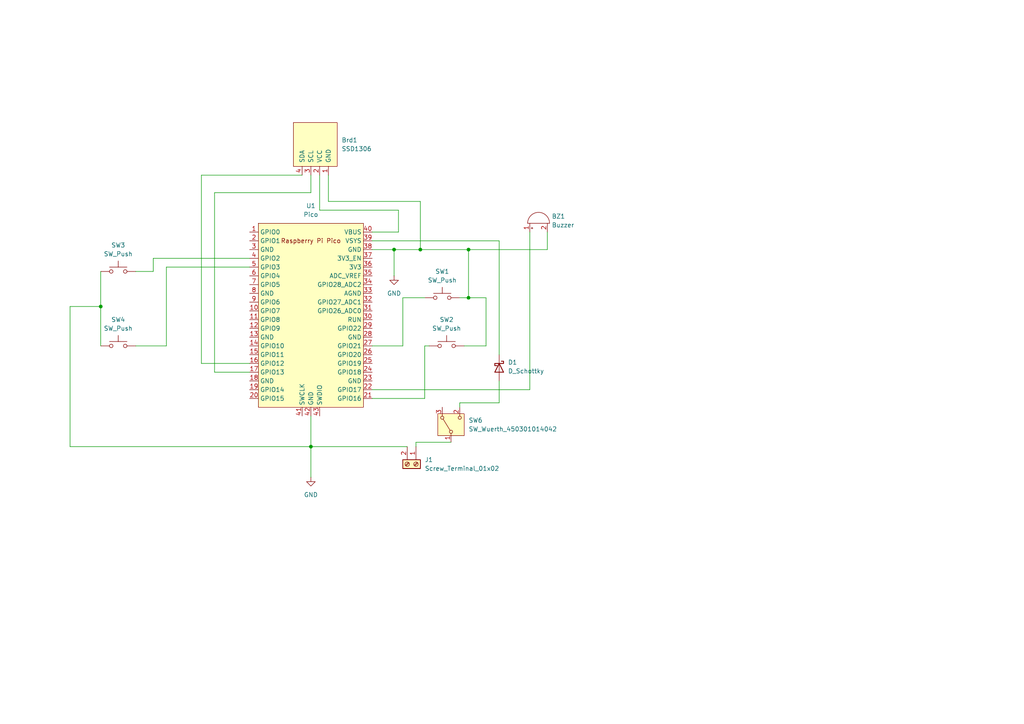
<source format=kicad_sch>
(kicad_sch
	(version 20231120)
	(generator "eeschema")
	(generator_version "8.0")
	(uuid "bbcc3233-c433-4562-81c3-a7ba8dc7079b")
	(paper "A4")
	(lib_symbols
		(symbol "Connector:Screw_Terminal_01x02"
			(pin_names
				(offset 1.016) hide)
			(exclude_from_sim no)
			(in_bom yes)
			(on_board yes)
			(property "Reference" "J"
				(at 0 2.54 0)
				(effects
					(font
						(size 1.27 1.27)
					)
				)
			)
			(property "Value" "Screw_Terminal_01x02"
				(at 0 -5.08 0)
				(effects
					(font
						(size 1.27 1.27)
					)
				)
			)
			(property "Footprint" ""
				(at 0 0 0)
				(effects
					(font
						(size 1.27 1.27)
					)
					(hide yes)
				)
			)
			(property "Datasheet" "~"
				(at 0 0 0)
				(effects
					(font
						(size 1.27 1.27)
					)
					(hide yes)
				)
			)
			(property "Description" "Generic screw terminal, single row, 01x02, script generated (kicad-library-utils/schlib/autogen/connector/)"
				(at 0 0 0)
				(effects
					(font
						(size 1.27 1.27)
					)
					(hide yes)
				)
			)
			(property "ki_keywords" "screw terminal"
				(at 0 0 0)
				(effects
					(font
						(size 1.27 1.27)
					)
					(hide yes)
				)
			)
			(property "ki_fp_filters" "TerminalBlock*:*"
				(at 0 0 0)
				(effects
					(font
						(size 1.27 1.27)
					)
					(hide yes)
				)
			)
			(symbol "Screw_Terminal_01x02_1_1"
				(rectangle
					(start -1.27 1.27)
					(end 1.27 -3.81)
					(stroke
						(width 0.254)
						(type default)
					)
					(fill
						(type background)
					)
				)
				(circle
					(center 0 -2.54)
					(radius 0.635)
					(stroke
						(width 0.1524)
						(type default)
					)
					(fill
						(type none)
					)
				)
				(polyline
					(pts
						(xy -0.5334 -2.2098) (xy 0.3302 -3.048)
					)
					(stroke
						(width 0.1524)
						(type default)
					)
					(fill
						(type none)
					)
				)
				(polyline
					(pts
						(xy -0.5334 0.3302) (xy 0.3302 -0.508)
					)
					(stroke
						(width 0.1524)
						(type default)
					)
					(fill
						(type none)
					)
				)
				(polyline
					(pts
						(xy -0.3556 -2.032) (xy 0.508 -2.8702)
					)
					(stroke
						(width 0.1524)
						(type default)
					)
					(fill
						(type none)
					)
				)
				(polyline
					(pts
						(xy -0.3556 0.508) (xy 0.508 -0.3302)
					)
					(stroke
						(width 0.1524)
						(type default)
					)
					(fill
						(type none)
					)
				)
				(circle
					(center 0 0)
					(radius 0.635)
					(stroke
						(width 0.1524)
						(type default)
					)
					(fill
						(type none)
					)
				)
				(pin passive line
					(at -5.08 0 0)
					(length 3.81)
					(name "Pin_1"
						(effects
							(font
								(size 1.27 1.27)
							)
						)
					)
					(number "1"
						(effects
							(font
								(size 1.27 1.27)
							)
						)
					)
				)
				(pin passive line
					(at -5.08 -2.54 0)
					(length 3.81)
					(name "Pin_2"
						(effects
							(font
								(size 1.27 1.27)
							)
						)
					)
					(number "2"
						(effects
							(font
								(size 1.27 1.27)
							)
						)
					)
				)
			)
		)
		(symbol "Device:Buzzer"
			(pin_names
				(offset 0.0254) hide)
			(exclude_from_sim no)
			(in_bom yes)
			(on_board yes)
			(property "Reference" "BZ"
				(at 3.81 1.27 0)
				(effects
					(font
						(size 1.27 1.27)
					)
					(justify left)
				)
			)
			(property "Value" "Buzzer"
				(at 3.81 -1.27 0)
				(effects
					(font
						(size 1.27 1.27)
					)
					(justify left)
				)
			)
			(property "Footprint" ""
				(at -0.635 2.54 90)
				(effects
					(font
						(size 1.27 1.27)
					)
					(hide yes)
				)
			)
			(property "Datasheet" "~"
				(at -0.635 2.54 90)
				(effects
					(font
						(size 1.27 1.27)
					)
					(hide yes)
				)
			)
			(property "Description" "Buzzer, polarized"
				(at 0 0 0)
				(effects
					(font
						(size 1.27 1.27)
					)
					(hide yes)
				)
			)
			(property "ki_keywords" "quartz resonator ceramic"
				(at 0 0 0)
				(effects
					(font
						(size 1.27 1.27)
					)
					(hide yes)
				)
			)
			(property "ki_fp_filters" "*Buzzer*"
				(at 0 0 0)
				(effects
					(font
						(size 1.27 1.27)
					)
					(hide yes)
				)
			)
			(symbol "Buzzer_0_1"
				(arc
					(start 0 -3.175)
					(mid 3.1612 0)
					(end 0 3.175)
					(stroke
						(width 0)
						(type default)
					)
					(fill
						(type none)
					)
				)
				(polyline
					(pts
						(xy -1.651 1.905) (xy -1.143 1.905)
					)
					(stroke
						(width 0)
						(type default)
					)
					(fill
						(type none)
					)
				)
				(polyline
					(pts
						(xy -1.397 2.159) (xy -1.397 1.651)
					)
					(stroke
						(width 0)
						(type default)
					)
					(fill
						(type none)
					)
				)
				(polyline
					(pts
						(xy 0 3.175) (xy 0 -3.175)
					)
					(stroke
						(width 0)
						(type default)
					)
					(fill
						(type none)
					)
				)
			)
			(symbol "Buzzer_1_1"
				(pin passive line
					(at -2.54 2.54 0)
					(length 2.54)
					(name "+"
						(effects
							(font
								(size 1.27 1.27)
							)
						)
					)
					(number "1"
						(effects
							(font
								(size 1.27 1.27)
							)
						)
					)
				)
				(pin passive line
					(at -2.54 -2.54 0)
					(length 2.54)
					(name "-"
						(effects
							(font
								(size 1.27 1.27)
							)
						)
					)
					(number "2"
						(effects
							(font
								(size 1.27 1.27)
							)
						)
					)
				)
			)
		)
		(symbol "Device:D_Schottky"
			(pin_numbers hide)
			(pin_names
				(offset 1.016) hide)
			(exclude_from_sim no)
			(in_bom yes)
			(on_board yes)
			(property "Reference" "D"
				(at 0 2.54 0)
				(effects
					(font
						(size 1.27 1.27)
					)
				)
			)
			(property "Value" "D_Schottky"
				(at 0 -2.54 0)
				(effects
					(font
						(size 1.27 1.27)
					)
				)
			)
			(property "Footprint" ""
				(at 0 0 0)
				(effects
					(font
						(size 1.27 1.27)
					)
					(hide yes)
				)
			)
			(property "Datasheet" "~"
				(at 0 0 0)
				(effects
					(font
						(size 1.27 1.27)
					)
					(hide yes)
				)
			)
			(property "Description" "Schottky diode"
				(at 0 0 0)
				(effects
					(font
						(size 1.27 1.27)
					)
					(hide yes)
				)
			)
			(property "ki_keywords" "diode Schottky"
				(at 0 0 0)
				(effects
					(font
						(size 1.27 1.27)
					)
					(hide yes)
				)
			)
			(property "ki_fp_filters" "TO-???* *_Diode_* *SingleDiode* D_*"
				(at 0 0 0)
				(effects
					(font
						(size 1.27 1.27)
					)
					(hide yes)
				)
			)
			(symbol "D_Schottky_0_1"
				(polyline
					(pts
						(xy 1.27 0) (xy -1.27 0)
					)
					(stroke
						(width 0)
						(type default)
					)
					(fill
						(type none)
					)
				)
				(polyline
					(pts
						(xy 1.27 1.27) (xy 1.27 -1.27) (xy -1.27 0) (xy 1.27 1.27)
					)
					(stroke
						(width 0.254)
						(type default)
					)
					(fill
						(type none)
					)
				)
				(polyline
					(pts
						(xy -1.905 0.635) (xy -1.905 1.27) (xy -1.27 1.27) (xy -1.27 -1.27) (xy -0.635 -1.27) (xy -0.635 -0.635)
					)
					(stroke
						(width 0.254)
						(type default)
					)
					(fill
						(type none)
					)
				)
			)
			(symbol "D_Schottky_1_1"
				(pin passive line
					(at -3.81 0 0)
					(length 2.54)
					(name "K"
						(effects
							(font
								(size 1.27 1.27)
							)
						)
					)
					(number "1"
						(effects
							(font
								(size 1.27 1.27)
							)
						)
					)
				)
				(pin passive line
					(at 3.81 0 180)
					(length 2.54)
					(name "A"
						(effects
							(font
								(size 1.27 1.27)
							)
						)
					)
					(number "2"
						(effects
							(font
								(size 1.27 1.27)
							)
						)
					)
				)
			)
		)
		(symbol "MCU_RaspberryPi_and_Boards:Pico"
			(exclude_from_sim no)
			(in_bom yes)
			(on_board yes)
			(property "Reference" "U"
				(at -13.97 27.94 0)
				(effects
					(font
						(size 1.27 1.27)
					)
				)
			)
			(property "Value" "Pico"
				(at 0 19.05 0)
				(effects
					(font
						(size 1.27 1.27)
					)
				)
			)
			(property "Footprint" "RPi_Pico:RPi_Pico_SMD_TH"
				(at 0 0 90)
				(effects
					(font
						(size 1.27 1.27)
					)
					(hide yes)
				)
			)
			(property "Datasheet" ""
				(at 0 0 0)
				(effects
					(font
						(size 1.27 1.27)
					)
					(hide yes)
				)
			)
			(property "Description" ""
				(at 0 0 0)
				(effects
					(font
						(size 1.27 1.27)
					)
					(hide yes)
				)
			)
			(symbol "Pico_0_0"
				(text "Raspberry Pi Pico"
					(at 0 21.59 0)
					(effects
						(font
							(size 1.27 1.27)
						)
					)
				)
			)
			(symbol "Pico_0_1"
				(rectangle
					(start -15.24 26.67)
					(end 15.24 -26.67)
					(stroke
						(width 0)
						(type default)
					)
					(fill
						(type background)
					)
				)
			)
			(symbol "Pico_1_1"
				(pin bidirectional line
					(at -17.78 24.13 0)
					(length 2.54)
					(name "GPIO0"
						(effects
							(font
								(size 1.27 1.27)
							)
						)
					)
					(number "1"
						(effects
							(font
								(size 1.27 1.27)
							)
						)
					)
				)
				(pin bidirectional line
					(at -17.78 1.27 0)
					(length 2.54)
					(name "GPIO7"
						(effects
							(font
								(size 1.27 1.27)
							)
						)
					)
					(number "10"
						(effects
							(font
								(size 1.27 1.27)
							)
						)
					)
				)
				(pin bidirectional line
					(at -17.78 -1.27 0)
					(length 2.54)
					(name "GPIO8"
						(effects
							(font
								(size 1.27 1.27)
							)
						)
					)
					(number "11"
						(effects
							(font
								(size 1.27 1.27)
							)
						)
					)
				)
				(pin bidirectional line
					(at -17.78 -3.81 0)
					(length 2.54)
					(name "GPIO9"
						(effects
							(font
								(size 1.27 1.27)
							)
						)
					)
					(number "12"
						(effects
							(font
								(size 1.27 1.27)
							)
						)
					)
				)
				(pin power_in line
					(at -17.78 -6.35 0)
					(length 2.54)
					(name "GND"
						(effects
							(font
								(size 1.27 1.27)
							)
						)
					)
					(number "13"
						(effects
							(font
								(size 1.27 1.27)
							)
						)
					)
				)
				(pin bidirectional line
					(at -17.78 -8.89 0)
					(length 2.54)
					(name "GPIO10"
						(effects
							(font
								(size 1.27 1.27)
							)
						)
					)
					(number "14"
						(effects
							(font
								(size 1.27 1.27)
							)
						)
					)
				)
				(pin bidirectional line
					(at -17.78 -11.43 0)
					(length 2.54)
					(name "GPIO11"
						(effects
							(font
								(size 1.27 1.27)
							)
						)
					)
					(number "15"
						(effects
							(font
								(size 1.27 1.27)
							)
						)
					)
				)
				(pin bidirectional line
					(at -17.78 -13.97 0)
					(length 2.54)
					(name "GPIO12"
						(effects
							(font
								(size 1.27 1.27)
							)
						)
					)
					(number "16"
						(effects
							(font
								(size 1.27 1.27)
							)
						)
					)
				)
				(pin bidirectional line
					(at -17.78 -16.51 0)
					(length 2.54)
					(name "GPIO13"
						(effects
							(font
								(size 1.27 1.27)
							)
						)
					)
					(number "17"
						(effects
							(font
								(size 1.27 1.27)
							)
						)
					)
				)
				(pin power_in line
					(at -17.78 -19.05 0)
					(length 2.54)
					(name "GND"
						(effects
							(font
								(size 1.27 1.27)
							)
						)
					)
					(number "18"
						(effects
							(font
								(size 1.27 1.27)
							)
						)
					)
				)
				(pin bidirectional line
					(at -17.78 -21.59 0)
					(length 2.54)
					(name "GPIO14"
						(effects
							(font
								(size 1.27 1.27)
							)
						)
					)
					(number "19"
						(effects
							(font
								(size 1.27 1.27)
							)
						)
					)
				)
				(pin bidirectional line
					(at -17.78 21.59 0)
					(length 2.54)
					(name "GPIO1"
						(effects
							(font
								(size 1.27 1.27)
							)
						)
					)
					(number "2"
						(effects
							(font
								(size 1.27 1.27)
							)
						)
					)
				)
				(pin bidirectional line
					(at -17.78 -24.13 0)
					(length 2.54)
					(name "GPIO15"
						(effects
							(font
								(size 1.27 1.27)
							)
						)
					)
					(number "20"
						(effects
							(font
								(size 1.27 1.27)
							)
						)
					)
				)
				(pin bidirectional line
					(at 17.78 -24.13 180)
					(length 2.54)
					(name "GPIO16"
						(effects
							(font
								(size 1.27 1.27)
							)
						)
					)
					(number "21"
						(effects
							(font
								(size 1.27 1.27)
							)
						)
					)
				)
				(pin bidirectional line
					(at 17.78 -21.59 180)
					(length 2.54)
					(name "GPIO17"
						(effects
							(font
								(size 1.27 1.27)
							)
						)
					)
					(number "22"
						(effects
							(font
								(size 1.27 1.27)
							)
						)
					)
				)
				(pin power_in line
					(at 17.78 -19.05 180)
					(length 2.54)
					(name "GND"
						(effects
							(font
								(size 1.27 1.27)
							)
						)
					)
					(number "23"
						(effects
							(font
								(size 1.27 1.27)
							)
						)
					)
				)
				(pin bidirectional line
					(at 17.78 -16.51 180)
					(length 2.54)
					(name "GPIO18"
						(effects
							(font
								(size 1.27 1.27)
							)
						)
					)
					(number "24"
						(effects
							(font
								(size 1.27 1.27)
							)
						)
					)
				)
				(pin bidirectional line
					(at 17.78 -13.97 180)
					(length 2.54)
					(name "GPIO19"
						(effects
							(font
								(size 1.27 1.27)
							)
						)
					)
					(number "25"
						(effects
							(font
								(size 1.27 1.27)
							)
						)
					)
				)
				(pin bidirectional line
					(at 17.78 -11.43 180)
					(length 2.54)
					(name "GPIO20"
						(effects
							(font
								(size 1.27 1.27)
							)
						)
					)
					(number "26"
						(effects
							(font
								(size 1.27 1.27)
							)
						)
					)
				)
				(pin bidirectional line
					(at 17.78 -8.89 180)
					(length 2.54)
					(name "GPIO21"
						(effects
							(font
								(size 1.27 1.27)
							)
						)
					)
					(number "27"
						(effects
							(font
								(size 1.27 1.27)
							)
						)
					)
				)
				(pin power_in line
					(at 17.78 -6.35 180)
					(length 2.54)
					(name "GND"
						(effects
							(font
								(size 1.27 1.27)
							)
						)
					)
					(number "28"
						(effects
							(font
								(size 1.27 1.27)
							)
						)
					)
				)
				(pin bidirectional line
					(at 17.78 -3.81 180)
					(length 2.54)
					(name "GPIO22"
						(effects
							(font
								(size 1.27 1.27)
							)
						)
					)
					(number "29"
						(effects
							(font
								(size 1.27 1.27)
							)
						)
					)
				)
				(pin power_in line
					(at -17.78 19.05 0)
					(length 2.54)
					(name "GND"
						(effects
							(font
								(size 1.27 1.27)
							)
						)
					)
					(number "3"
						(effects
							(font
								(size 1.27 1.27)
							)
						)
					)
				)
				(pin input line
					(at 17.78 -1.27 180)
					(length 2.54)
					(name "RUN"
						(effects
							(font
								(size 1.27 1.27)
							)
						)
					)
					(number "30"
						(effects
							(font
								(size 1.27 1.27)
							)
						)
					)
				)
				(pin bidirectional line
					(at 17.78 1.27 180)
					(length 2.54)
					(name "GPIO26_ADC0"
						(effects
							(font
								(size 1.27 1.27)
							)
						)
					)
					(number "31"
						(effects
							(font
								(size 1.27 1.27)
							)
						)
					)
				)
				(pin bidirectional line
					(at 17.78 3.81 180)
					(length 2.54)
					(name "GPIO27_ADC1"
						(effects
							(font
								(size 1.27 1.27)
							)
						)
					)
					(number "32"
						(effects
							(font
								(size 1.27 1.27)
							)
						)
					)
				)
				(pin power_in line
					(at 17.78 6.35 180)
					(length 2.54)
					(name "AGND"
						(effects
							(font
								(size 1.27 1.27)
							)
						)
					)
					(number "33"
						(effects
							(font
								(size 1.27 1.27)
							)
						)
					)
				)
				(pin bidirectional line
					(at 17.78 8.89 180)
					(length 2.54)
					(name "GPIO28_ADC2"
						(effects
							(font
								(size 1.27 1.27)
							)
						)
					)
					(number "34"
						(effects
							(font
								(size 1.27 1.27)
							)
						)
					)
				)
				(pin power_in line
					(at 17.78 11.43 180)
					(length 2.54)
					(name "ADC_VREF"
						(effects
							(font
								(size 1.27 1.27)
							)
						)
					)
					(number "35"
						(effects
							(font
								(size 1.27 1.27)
							)
						)
					)
				)
				(pin power_in line
					(at 17.78 13.97 180)
					(length 2.54)
					(name "3V3"
						(effects
							(font
								(size 1.27 1.27)
							)
						)
					)
					(number "36"
						(effects
							(font
								(size 1.27 1.27)
							)
						)
					)
				)
				(pin input line
					(at 17.78 16.51 180)
					(length 2.54)
					(name "3V3_EN"
						(effects
							(font
								(size 1.27 1.27)
							)
						)
					)
					(number "37"
						(effects
							(font
								(size 1.27 1.27)
							)
						)
					)
				)
				(pin bidirectional line
					(at 17.78 19.05 180)
					(length 2.54)
					(name "GND"
						(effects
							(font
								(size 1.27 1.27)
							)
						)
					)
					(number "38"
						(effects
							(font
								(size 1.27 1.27)
							)
						)
					)
				)
				(pin power_in line
					(at 17.78 21.59 180)
					(length 2.54)
					(name "VSYS"
						(effects
							(font
								(size 1.27 1.27)
							)
						)
					)
					(number "39"
						(effects
							(font
								(size 1.27 1.27)
							)
						)
					)
				)
				(pin bidirectional line
					(at -17.78 16.51 0)
					(length 2.54)
					(name "GPIO2"
						(effects
							(font
								(size 1.27 1.27)
							)
						)
					)
					(number "4"
						(effects
							(font
								(size 1.27 1.27)
							)
						)
					)
				)
				(pin power_in line
					(at 17.78 24.13 180)
					(length 2.54)
					(name "VBUS"
						(effects
							(font
								(size 1.27 1.27)
							)
						)
					)
					(number "40"
						(effects
							(font
								(size 1.27 1.27)
							)
						)
					)
				)
				(pin input line
					(at -2.54 -29.21 90)
					(length 2.54)
					(name "SWCLK"
						(effects
							(font
								(size 1.27 1.27)
							)
						)
					)
					(number "41"
						(effects
							(font
								(size 1.27 1.27)
							)
						)
					)
				)
				(pin power_in line
					(at 0 -29.21 90)
					(length 2.54)
					(name "GND"
						(effects
							(font
								(size 1.27 1.27)
							)
						)
					)
					(number "42"
						(effects
							(font
								(size 1.27 1.27)
							)
						)
					)
				)
				(pin bidirectional line
					(at 2.54 -29.21 90)
					(length 2.54)
					(name "SWDIO"
						(effects
							(font
								(size 1.27 1.27)
							)
						)
					)
					(number "43"
						(effects
							(font
								(size 1.27 1.27)
							)
						)
					)
				)
				(pin bidirectional line
					(at -17.78 13.97 0)
					(length 2.54)
					(name "GPIO3"
						(effects
							(font
								(size 1.27 1.27)
							)
						)
					)
					(number "5"
						(effects
							(font
								(size 1.27 1.27)
							)
						)
					)
				)
				(pin bidirectional line
					(at -17.78 11.43 0)
					(length 2.54)
					(name "GPIO4"
						(effects
							(font
								(size 1.27 1.27)
							)
						)
					)
					(number "6"
						(effects
							(font
								(size 1.27 1.27)
							)
						)
					)
				)
				(pin bidirectional line
					(at -17.78 8.89 0)
					(length 2.54)
					(name "GPIO5"
						(effects
							(font
								(size 1.27 1.27)
							)
						)
					)
					(number "7"
						(effects
							(font
								(size 1.27 1.27)
							)
						)
					)
				)
				(pin power_in line
					(at -17.78 6.35 0)
					(length 2.54)
					(name "GND"
						(effects
							(font
								(size 1.27 1.27)
							)
						)
					)
					(number "8"
						(effects
							(font
								(size 1.27 1.27)
							)
						)
					)
				)
				(pin bidirectional line
					(at -17.78 3.81 0)
					(length 2.54)
					(name "GPIO6"
						(effects
							(font
								(size 1.27 1.27)
							)
						)
					)
					(number "9"
						(effects
							(font
								(size 1.27 1.27)
							)
						)
					)
				)
			)
		)
		(symbol "SSD1306-128x64_OLED:SSD1306"
			(pin_names
				(offset 1.016)
			)
			(exclude_from_sim no)
			(in_bom yes)
			(on_board yes)
			(property "Reference" "Brd"
				(at 0 -3.81 0)
				(effects
					(font
						(size 1.27 1.27)
					)
				)
			)
			(property "Value" "SSD1306"
				(at 0 -1.27 0)
				(effects
					(font
						(size 1.27 1.27)
					)
				)
			)
			(property "Footprint" ""
				(at 0 6.35 0)
				(effects
					(font
						(size 1.27 1.27)
					)
					(hide yes)
				)
			)
			(property "Datasheet" ""
				(at 0 6.35 0)
				(effects
					(font
						(size 1.27 1.27)
					)
					(hide yes)
				)
			)
			(property "Description" "SSD1306 OLED"
				(at 0 0 0)
				(effects
					(font
						(size 1.27 1.27)
					)
					(hide yes)
				)
			)
			(property "ki_keywords" "SSD1306"
				(at 0 0 0)
				(effects
					(font
						(size 1.27 1.27)
					)
					(hide yes)
				)
			)
			(property "ki_fp_filters" "SSD1306-128x64_OLED:SSD1306"
				(at 0 0 0)
				(effects
					(font
						(size 1.27 1.27)
					)
					(hide yes)
				)
			)
			(symbol "SSD1306_0_1"
				(rectangle
					(start -6.35 6.35)
					(end 6.35 -6.35)
					(stroke
						(width 0)
						(type solid)
					)
					(fill
						(type background)
					)
				)
			)
			(symbol "SSD1306_1_1"
				(pin input line
					(at -3.81 8.89 270)
					(length 2.54)
					(name "GND"
						(effects
							(font
								(size 1.27 1.27)
							)
						)
					)
					(number "1"
						(effects
							(font
								(size 1.27 1.27)
							)
						)
					)
				)
				(pin input line
					(at -1.27 8.89 270)
					(length 2.54)
					(name "VCC"
						(effects
							(font
								(size 1.27 1.27)
							)
						)
					)
					(number "2"
						(effects
							(font
								(size 1.27 1.27)
							)
						)
					)
				)
				(pin input line
					(at 1.27 8.89 270)
					(length 2.54)
					(name "SCL"
						(effects
							(font
								(size 1.27 1.27)
							)
						)
					)
					(number "3"
						(effects
							(font
								(size 1.27 1.27)
							)
						)
					)
				)
				(pin input line
					(at 3.81 8.89 270)
					(length 2.54)
					(name "SDA"
						(effects
							(font
								(size 1.27 1.27)
							)
						)
					)
					(number "4"
						(effects
							(font
								(size 1.27 1.27)
							)
						)
					)
				)
			)
		)
		(symbol "Switch:SW_Push"
			(pin_numbers hide)
			(pin_names
				(offset 1.016) hide)
			(exclude_from_sim no)
			(in_bom yes)
			(on_board yes)
			(property "Reference" "SW"
				(at 1.27 2.54 0)
				(effects
					(font
						(size 1.27 1.27)
					)
					(justify left)
				)
			)
			(property "Value" "SW_Push"
				(at 0 -1.524 0)
				(effects
					(font
						(size 1.27 1.27)
					)
				)
			)
			(property "Footprint" ""
				(at 0 5.08 0)
				(effects
					(font
						(size 1.27 1.27)
					)
					(hide yes)
				)
			)
			(property "Datasheet" "~"
				(at 0 5.08 0)
				(effects
					(font
						(size 1.27 1.27)
					)
					(hide yes)
				)
			)
			(property "Description" "Push button switch, generic, two pins"
				(at 0 0 0)
				(effects
					(font
						(size 1.27 1.27)
					)
					(hide yes)
				)
			)
			(property "ki_keywords" "switch normally-open pushbutton push-button"
				(at 0 0 0)
				(effects
					(font
						(size 1.27 1.27)
					)
					(hide yes)
				)
			)
			(symbol "SW_Push_0_1"
				(circle
					(center -2.032 0)
					(radius 0.508)
					(stroke
						(width 0)
						(type default)
					)
					(fill
						(type none)
					)
				)
				(polyline
					(pts
						(xy 0 1.27) (xy 0 3.048)
					)
					(stroke
						(width 0)
						(type default)
					)
					(fill
						(type none)
					)
				)
				(polyline
					(pts
						(xy 2.54 1.27) (xy -2.54 1.27)
					)
					(stroke
						(width 0)
						(type default)
					)
					(fill
						(type none)
					)
				)
				(circle
					(center 2.032 0)
					(radius 0.508)
					(stroke
						(width 0)
						(type default)
					)
					(fill
						(type none)
					)
				)
				(pin passive line
					(at -5.08 0 0)
					(length 2.54)
					(name "1"
						(effects
							(font
								(size 1.27 1.27)
							)
						)
					)
					(number "1"
						(effects
							(font
								(size 1.27 1.27)
							)
						)
					)
				)
				(pin passive line
					(at 5.08 0 180)
					(length 2.54)
					(name "2"
						(effects
							(font
								(size 1.27 1.27)
							)
						)
					)
					(number "2"
						(effects
							(font
								(size 1.27 1.27)
							)
						)
					)
				)
			)
		)
		(symbol "Switch:SW_Wuerth_450301014042"
			(pin_names
				(offset 1) hide)
			(exclude_from_sim no)
			(in_bom yes)
			(on_board yes)
			(property "Reference" "SW"
				(at 0 5.08 0)
				(effects
					(font
						(size 1.27 1.27)
					)
				)
			)
			(property "Value" "SW_Wuerth_450301014042"
				(at 0 -5.08 0)
				(effects
					(font
						(size 1.27 1.27)
					)
				)
			)
			(property "Footprint" "Button_Switch_THT:SW_Slide-03_Wuerth-WS-SLTV_10x2.5x6.4_P2.54mm"
				(at 0 -10.16 0)
				(effects
					(font
						(size 1.27 1.27)
					)
					(hide yes)
				)
			)
			(property "Datasheet" "https://www.we-online.com/components/products/datasheet/450301014042.pdf"
				(at 0 -7.62 0)
				(effects
					(font
						(size 1.27 1.27)
					)
					(hide yes)
				)
			)
			(property "Description" "Switch slide, single pole double throw"
				(at 0 0 0)
				(effects
					(font
						(size 1.27 1.27)
					)
					(hide yes)
				)
			)
			(property "ki_keywords" "changeover single-pole opposite-side-connection double-throw spdt ON-ON"
				(at 0 0 0)
				(effects
					(font
						(size 1.27 1.27)
					)
					(hide yes)
				)
			)
			(property "ki_fp_filters" "SW*Wuerth*WS*SLTV*10x2.5x6.4*P2.54mm*"
				(at 0 0 0)
				(effects
					(font
						(size 1.27 1.27)
					)
					(hide yes)
				)
			)
			(symbol "SW_Wuerth_450301014042_0_1"
				(circle
					(center -2.032 0)
					(radius 0.4572)
					(stroke
						(width 0)
						(type default)
					)
					(fill
						(type none)
					)
				)
				(polyline
					(pts
						(xy -1.651 0.254) (xy 1.651 2.286)
					)
					(stroke
						(width 0)
						(type default)
					)
					(fill
						(type none)
					)
				)
				(circle
					(center 2.032 -2.54)
					(radius 0.4572)
					(stroke
						(width 0)
						(type default)
					)
					(fill
						(type none)
					)
				)
				(circle
					(center 2.032 2.54)
					(radius 0.4572)
					(stroke
						(width 0)
						(type default)
					)
					(fill
						(type none)
					)
				)
			)
			(symbol "SW_Wuerth_450301014042_1_1"
				(rectangle
					(start -3.175 3.81)
					(end 3.175 -3.81)
					(stroke
						(width 0)
						(type default)
					)
					(fill
						(type background)
					)
				)
				(pin passive line
					(at -5.08 0 0)
					(length 2.54)
					(name "B"
						(effects
							(font
								(size 1.27 1.27)
							)
						)
					)
					(number "1"
						(effects
							(font
								(size 1.27 1.27)
							)
						)
					)
				)
				(pin passive line
					(at 5.08 -2.54 180)
					(length 2.54)
					(name "C"
						(effects
							(font
								(size 1.27 1.27)
							)
						)
					)
					(number "2"
						(effects
							(font
								(size 1.27 1.27)
							)
						)
					)
				)
				(pin passive line
					(at 5.08 2.54 180)
					(length 2.54)
					(name "A"
						(effects
							(font
								(size 1.27 1.27)
							)
						)
					)
					(number "3"
						(effects
							(font
								(size 1.27 1.27)
							)
						)
					)
				)
			)
		)
		(symbol "power:GND"
			(power)
			(pin_numbers hide)
			(pin_names
				(offset 0) hide)
			(exclude_from_sim no)
			(in_bom yes)
			(on_board yes)
			(property "Reference" "#PWR"
				(at 0 -6.35 0)
				(effects
					(font
						(size 1.27 1.27)
					)
					(hide yes)
				)
			)
			(property "Value" "GND"
				(at 0 -3.81 0)
				(effects
					(font
						(size 1.27 1.27)
					)
				)
			)
			(property "Footprint" ""
				(at 0 0 0)
				(effects
					(font
						(size 1.27 1.27)
					)
					(hide yes)
				)
			)
			(property "Datasheet" ""
				(at 0 0 0)
				(effects
					(font
						(size 1.27 1.27)
					)
					(hide yes)
				)
			)
			(property "Description" "Power symbol creates a global label with name \"GND\" , ground"
				(at 0 0 0)
				(effects
					(font
						(size 1.27 1.27)
					)
					(hide yes)
				)
			)
			(property "ki_keywords" "global power"
				(at 0 0 0)
				(effects
					(font
						(size 1.27 1.27)
					)
					(hide yes)
				)
			)
			(symbol "GND_0_1"
				(polyline
					(pts
						(xy 0 0) (xy 0 -1.27) (xy 1.27 -1.27) (xy 0 -2.54) (xy -1.27 -1.27) (xy 0 -1.27)
					)
					(stroke
						(width 0)
						(type default)
					)
					(fill
						(type none)
					)
				)
			)
			(symbol "GND_1_1"
				(pin power_in line
					(at 0 0 270)
					(length 0)
					(name "~"
						(effects
							(font
								(size 1.27 1.27)
							)
						)
					)
					(number "1"
						(effects
							(font
								(size 1.27 1.27)
							)
						)
					)
				)
			)
		)
	)
	(junction
		(at 90.17 129.54)
		(diameter 0)
		(color 0 0 0 0)
		(uuid "34244cc1-8729-4ca1-98f0-30a760e064b7")
	)
	(junction
		(at 29.21 88.9)
		(diameter 0)
		(color 0 0 0 0)
		(uuid "d5658a80-b275-4362-b96f-d1f72120248e")
	)
	(junction
		(at 135.89 86.36)
		(diameter 0)
		(color 0 0 0 0)
		(uuid "eb4ebf67-5773-4acd-836f-06320f01b514")
	)
	(junction
		(at 121.92 72.39)
		(diameter 0)
		(color 0 0 0 0)
		(uuid "f18eb8f0-0e87-4381-b3ae-735ddb8bb02f")
	)
	(junction
		(at 135.89 72.39)
		(diameter 0)
		(color 0 0 0 0)
		(uuid "f46b0e04-a18e-4f32-85a7-7a6a522b0ff1")
	)
	(junction
		(at 114.3 72.39)
		(diameter 0)
		(color 0 0 0 0)
		(uuid "f6630991-ee2b-43d4-a6ba-b832806782fd")
	)
	(wire
		(pts
			(xy 39.37 78.74) (xy 44.45 78.74)
		)
		(stroke
			(width 0)
			(type default)
		)
		(uuid "03924763-1f65-478d-899a-18854b47eec2")
	)
	(wire
		(pts
			(xy 158.75 67.31) (xy 158.75 72.39)
		)
		(stroke
			(width 0)
			(type default)
		)
		(uuid "07f79e41-cb23-465e-9ff0-89b27dd4d574")
	)
	(wire
		(pts
			(xy 48.26 100.33) (xy 48.26 77.47)
		)
		(stroke
			(width 0)
			(type default)
		)
		(uuid "0fcd4ed2-831d-4863-9468-d7fa893e4fd2")
	)
	(wire
		(pts
			(xy 123.19 115.57) (xy 107.95 115.57)
		)
		(stroke
			(width 0)
			(type default)
		)
		(uuid "14ed1437-1d9c-4f8f-93ce-a11088e1ff3c")
	)
	(wire
		(pts
			(xy 140.97 100.33) (xy 134.62 100.33)
		)
		(stroke
			(width 0)
			(type default)
		)
		(uuid "193f2581-b4e7-461b-b446-5dc672070d48")
	)
	(wire
		(pts
			(xy 133.35 86.36) (xy 135.89 86.36)
		)
		(stroke
			(width 0)
			(type default)
		)
		(uuid "1cc398ee-d614-4830-8efe-e007117ba186")
	)
	(wire
		(pts
			(xy 87.63 50.8) (xy 58.42 50.8)
		)
		(stroke
			(width 0)
			(type default)
		)
		(uuid "1ce98692-752c-458c-b4ac-ca62c7bcdb63")
	)
	(wire
		(pts
			(xy 29.21 78.74) (xy 29.21 88.9)
		)
		(stroke
			(width 0)
			(type default)
		)
		(uuid "29f37bb8-253e-450d-a525-07aedc5a5b00")
	)
	(wire
		(pts
			(xy 115.57 67.31) (xy 107.95 67.31)
		)
		(stroke
			(width 0)
			(type default)
		)
		(uuid "2d18a181-4b20-4038-8edf-db03596f5b77")
	)
	(wire
		(pts
			(xy 133.35 116.84) (xy 144.78 116.84)
		)
		(stroke
			(width 0)
			(type default)
		)
		(uuid "2dc94a19-1978-42ad-9c01-586c2e1499cb")
	)
	(wire
		(pts
			(xy 58.42 105.41) (xy 72.39 105.41)
		)
		(stroke
			(width 0)
			(type default)
		)
		(uuid "2ff48b39-3e63-430a-91ba-e391f29410ae")
	)
	(wire
		(pts
			(xy 48.26 77.47) (xy 72.39 77.47)
		)
		(stroke
			(width 0)
			(type default)
		)
		(uuid "339ecb84-794f-47be-90a4-b6d1fa3d5ef3")
	)
	(wire
		(pts
			(xy 95.25 50.8) (xy 95.25 58.42)
		)
		(stroke
			(width 0)
			(type default)
		)
		(uuid "36f75f54-2145-4e82-8b7f-c90c71c0726f")
	)
	(wire
		(pts
			(xy 92.71 50.8) (xy 92.71 60.96)
		)
		(stroke
			(width 0)
			(type default)
		)
		(uuid "3c253bf2-81d6-45ab-9c86-d445081b46d1")
	)
	(wire
		(pts
			(xy 90.17 129.54) (xy 20.32 129.54)
		)
		(stroke
			(width 0)
			(type default)
		)
		(uuid "3c2d0242-a4bb-4c3e-a330-3f554be8bd05")
	)
	(wire
		(pts
			(xy 124.46 100.33) (xy 123.19 100.33)
		)
		(stroke
			(width 0)
			(type default)
		)
		(uuid "3e90a581-aff3-45f3-a17a-f565bdd7b064")
	)
	(wire
		(pts
			(xy 140.97 86.36) (xy 135.89 86.36)
		)
		(stroke
			(width 0)
			(type default)
		)
		(uuid "45340eb9-a424-4c3f-b183-11221675cea4")
	)
	(wire
		(pts
			(xy 44.45 74.93) (xy 72.39 74.93)
		)
		(stroke
			(width 0)
			(type default)
		)
		(uuid "4cd8f297-b89e-4e94-a2f3-ae9b8e539b2e")
	)
	(wire
		(pts
			(xy 153.67 67.31) (xy 153.67 113.03)
		)
		(stroke
			(width 0)
			(type default)
		)
		(uuid "54884544-d430-44dc-8cb8-8fdb38afdd9e")
	)
	(wire
		(pts
			(xy 115.57 60.96) (xy 115.57 67.31)
		)
		(stroke
			(width 0)
			(type default)
		)
		(uuid "54ad2ae6-8c4e-4ae0-8b20-0936d0dd0942")
	)
	(wire
		(pts
			(xy 123.19 100.33) (xy 123.19 115.57)
		)
		(stroke
			(width 0)
			(type default)
		)
		(uuid "5ade8376-75ce-4b2e-a55d-1161144aa14d")
	)
	(wire
		(pts
			(xy 116.84 86.36) (xy 116.84 100.33)
		)
		(stroke
			(width 0)
			(type default)
		)
		(uuid "5c7411f0-7c74-4022-9c55-7b18df6ce06f")
	)
	(wire
		(pts
			(xy 120.65 128.27) (xy 120.65 129.54)
		)
		(stroke
			(width 0)
			(type default)
		)
		(uuid "74ac46ce-9d9f-4b54-b6b3-634f950b1bd1")
	)
	(wire
		(pts
			(xy 90.17 55.88) (xy 62.23 55.88)
		)
		(stroke
			(width 0)
			(type default)
		)
		(uuid "8658d4f2-ac98-4c8e-b53d-9513c888df8f")
	)
	(wire
		(pts
			(xy 116.84 100.33) (xy 107.95 100.33)
		)
		(stroke
			(width 0)
			(type default)
		)
		(uuid "87cd5154-01f7-4e96-b7c0-cdc22e5fe836")
	)
	(wire
		(pts
			(xy 20.32 88.9) (xy 29.21 88.9)
		)
		(stroke
			(width 0)
			(type default)
		)
		(uuid "8be77795-b63d-44fd-88a8-fb42210235fe")
	)
	(wire
		(pts
			(xy 123.19 86.36) (xy 116.84 86.36)
		)
		(stroke
			(width 0)
			(type default)
		)
		(uuid "8c8a85c1-5ae0-44b6-90eb-e0045f71e42b")
	)
	(wire
		(pts
			(xy 140.97 100.33) (xy 140.97 86.36)
		)
		(stroke
			(width 0)
			(type default)
		)
		(uuid "99c46a57-d598-48e9-a42b-854d26bd7bb2")
	)
	(wire
		(pts
			(xy 90.17 129.54) (xy 90.17 138.43)
		)
		(stroke
			(width 0)
			(type default)
		)
		(uuid "9b7ad292-d484-4fb4-a7ef-6f1c53e1367c")
	)
	(wire
		(pts
			(xy 29.21 88.9) (xy 29.21 100.33)
		)
		(stroke
			(width 0)
			(type default)
		)
		(uuid "a2b76cc9-329e-4f96-825b-aa30cbb788d4")
	)
	(wire
		(pts
			(xy 90.17 50.8) (xy 90.17 55.88)
		)
		(stroke
			(width 0)
			(type default)
		)
		(uuid "a53a2325-b3c4-43f8-8597-13fb10f04f2c")
	)
	(wire
		(pts
			(xy 62.23 107.95) (xy 72.39 107.95)
		)
		(stroke
			(width 0)
			(type default)
		)
		(uuid "a67e4102-538a-4fe7-ab77-9ea396c1ab56")
	)
	(wire
		(pts
			(xy 133.35 118.11) (xy 133.35 116.84)
		)
		(stroke
			(width 0)
			(type default)
		)
		(uuid "a99ccfb2-067e-4c45-8df3-bc7ff68cdb10")
	)
	(wire
		(pts
			(xy 130.81 128.27) (xy 120.65 128.27)
		)
		(stroke
			(width 0)
			(type default)
		)
		(uuid "aaf7207f-eac5-4f90-a7b0-c4775bfa283e")
	)
	(wire
		(pts
			(xy 114.3 72.39) (xy 114.3 80.01)
		)
		(stroke
			(width 0)
			(type default)
		)
		(uuid "b4644365-3516-4a0f-a4d5-5e4595d10733")
	)
	(wire
		(pts
			(xy 39.37 100.33) (xy 48.26 100.33)
		)
		(stroke
			(width 0)
			(type default)
		)
		(uuid "b4a75067-bc60-4fcc-a5a7-5b296f506820")
	)
	(wire
		(pts
			(xy 144.78 102.87) (xy 144.78 69.85)
		)
		(stroke
			(width 0)
			(type default)
		)
		(uuid "baa8c1fd-8558-4439-aa4a-efc8cc425c16")
	)
	(wire
		(pts
			(xy 107.95 69.85) (xy 144.78 69.85)
		)
		(stroke
			(width 0)
			(type default)
		)
		(uuid "c046f971-530b-4f23-8906-b3175a47a1d5")
	)
	(wire
		(pts
			(xy 144.78 116.84) (xy 144.78 110.49)
		)
		(stroke
			(width 0)
			(type default)
		)
		(uuid "c3cf2082-c43f-40da-90bd-8302055e6810")
	)
	(wire
		(pts
			(xy 90.17 129.54) (xy 118.11 129.54)
		)
		(stroke
			(width 0)
			(type default)
		)
		(uuid "d0179287-99f7-468a-98e1-79c53b1a09c5")
	)
	(wire
		(pts
			(xy 153.67 113.03) (xy 107.95 113.03)
		)
		(stroke
			(width 0)
			(type default)
		)
		(uuid "e12a32bd-772c-42cd-860f-f4f9859d67e1")
	)
	(wire
		(pts
			(xy 62.23 55.88) (xy 62.23 107.95)
		)
		(stroke
			(width 0)
			(type default)
		)
		(uuid "e15bace6-c541-4d87-8c7d-6dfac249311f")
	)
	(wire
		(pts
			(xy 58.42 50.8) (xy 58.42 105.41)
		)
		(stroke
			(width 0)
			(type default)
		)
		(uuid "e2bbbc17-8b02-4d44-9245-bd3fac295f45")
	)
	(wire
		(pts
			(xy 158.75 72.39) (xy 135.89 72.39)
		)
		(stroke
			(width 0)
			(type default)
		)
		(uuid "e4a703b3-989d-4d9c-be14-3f47891a2e05")
	)
	(wire
		(pts
			(xy 121.92 58.42) (xy 121.92 72.39)
		)
		(stroke
			(width 0)
			(type default)
		)
		(uuid "e8daa935-a452-4c98-b129-93b810ae6a76")
	)
	(wire
		(pts
			(xy 121.92 72.39) (xy 114.3 72.39)
		)
		(stroke
			(width 0)
			(type default)
		)
		(uuid "e9607bb9-39a8-493d-bdc6-57fa109752d5")
	)
	(wire
		(pts
			(xy 20.32 129.54) (xy 20.32 88.9)
		)
		(stroke
			(width 0)
			(type default)
		)
		(uuid "efa93b8c-5f0d-498d-800b-594cca48cfc3")
	)
	(wire
		(pts
			(xy 92.71 60.96) (xy 115.57 60.96)
		)
		(stroke
			(width 0)
			(type default)
		)
		(uuid "f20803e1-3b0f-4286-861a-9b2fa38dd9c6")
	)
	(wire
		(pts
			(xy 90.17 120.65) (xy 90.17 129.54)
		)
		(stroke
			(width 0)
			(type default)
		)
		(uuid "f2938148-db55-4cd4-8606-1afe792047f9")
	)
	(wire
		(pts
			(xy 135.89 72.39) (xy 121.92 72.39)
		)
		(stroke
			(width 0)
			(type default)
		)
		(uuid "f2dc3525-fad7-41ed-b9f6-52a75bb70eb8")
	)
	(wire
		(pts
			(xy 135.89 86.36) (xy 135.89 72.39)
		)
		(stroke
			(width 0)
			(type default)
		)
		(uuid "f526a95e-89e9-4cae-b724-14902c2d5512")
	)
	(wire
		(pts
			(xy 44.45 78.74) (xy 44.45 74.93)
		)
		(stroke
			(width 0)
			(type default)
		)
		(uuid "f6d4c252-8611-471d-8e8d-12bd4b0b7dbf")
	)
	(wire
		(pts
			(xy 114.3 72.39) (xy 107.95 72.39)
		)
		(stroke
			(width 0)
			(type default)
		)
		(uuid "f886cf9c-8976-4037-8bef-20e8ed7f2519")
	)
	(wire
		(pts
			(xy 95.25 58.42) (xy 121.92 58.42)
		)
		(stroke
			(width 0)
			(type default)
		)
		(uuid "fa88f829-8aa7-4b2c-bb18-cdbc1d25b408")
	)
	(symbol
		(lib_id "MCU_RaspberryPi_and_Boards:Pico")
		(at 90.17 91.44 0)
		(unit 1)
		(exclude_from_sim no)
		(in_bom yes)
		(on_board yes)
		(dnp no)
		(fields_autoplaced yes)
		(uuid "03ef0fda-5ae4-4402-abb1-576127778886")
		(property "Reference" "U1"
			(at 90.17 59.69 0)
			(effects
				(font
					(size 1.27 1.27)
				)
			)
		)
		(property "Value" "Pico"
			(at 90.17 62.23 0)
			(effects
				(font
					(size 1.27 1.27)
				)
			)
		)
		(property "Footprint" "MCU_RaspberryPi_and_Boards:RPi_Pico_SMD_TH"
			(at 90.17 91.44 90)
			(effects
				(font
					(size 1.27 1.27)
				)
				(hide yes)
			)
		)
		(property "Datasheet" ""
			(at 90.17 91.44 0)
			(effects
				(font
					(size 1.27 1.27)
				)
				(hide yes)
			)
		)
		(property "Description" ""
			(at 90.17 91.44 0)
			(effects
				(font
					(size 1.27 1.27)
				)
				(hide yes)
			)
		)
		(pin "9"
			(uuid "9fd51fe7-92d3-44fd-b314-1ad18d19c784")
		)
		(pin "21"
			(uuid "3d5e25a1-27e6-4f9c-97e4-8812d00e00dc")
		)
		(pin "3"
			(uuid "bd73f072-d457-4a3c-9313-95ae15560f69")
		)
		(pin "42"
			(uuid "e0223a27-2aa1-46fd-b2ff-526de457fa9f")
		)
		(pin "7"
			(uuid "6069b122-f3ad-4277-9d5a-66ec1b1c1fe6")
		)
		(pin "4"
			(uuid "2a4772f6-afc2-4dc5-a06d-2a69899843d8")
		)
		(pin "35"
			(uuid "35be61e7-9373-4a0c-88b5-23474ded8b7d")
		)
		(pin "36"
			(uuid "040f44cc-0979-493e-bbce-e4585dc34dcd")
		)
		(pin "39"
			(uuid "8bba0055-1657-41af-b2d7-c97ceaa1eb55")
		)
		(pin "22"
			(uuid "b5269579-b246-4cad-bb3f-bbbaa9bfcc35")
		)
		(pin "14"
			(uuid "95cd97e6-9004-4794-a6e1-cd21a6cd59ab")
		)
		(pin "33"
			(uuid "ba8bb036-e867-44d5-b451-a48ceba3f966")
		)
		(pin "2"
			(uuid "48cc5c2f-3936-42f3-9fc8-473fe37af884")
		)
		(pin "20"
			(uuid "80a7a055-b758-4253-9f2a-0ec6e02119da")
		)
		(pin "12"
			(uuid "ea14c5f7-48ec-44f1-8063-85b3d81bdc1a")
		)
		(pin "27"
			(uuid "18e66166-cf6d-452f-9c1a-fca09c21d296")
		)
		(pin "17"
			(uuid "a5f607b5-e5be-4a8c-977e-53e6fdc02118")
		)
		(pin "31"
			(uuid "3ac45d0a-7eb9-42a2-9efc-eaf1f4e3e502")
		)
		(pin "34"
			(uuid "8e1bab35-7802-4f65-bc3e-a08e64e626a1")
		)
		(pin "28"
			(uuid "6468bc9e-2323-4a3a-b994-e5f02f60ba7c")
		)
		(pin "29"
			(uuid "78f3ecd8-37ec-4989-8412-80568c75ee4d")
		)
		(pin "43"
			(uuid "ff76ee39-3886-4915-a510-a21d2f7e4f5c")
		)
		(pin "6"
			(uuid "a5bff2c6-dd44-457b-8bac-cddfb35e93b1")
		)
		(pin "38"
			(uuid "2b9230e6-7457-4415-8770-4d04ffec878a")
		)
		(pin "23"
			(uuid "27b1a215-fb29-462b-8c90-ec2ea0fb459d")
		)
		(pin "25"
			(uuid "1be7595f-90bd-4748-86c8-d238483ee59c")
		)
		(pin "24"
			(uuid "4e425056-a683-41c0-bbd2-84940cbcdcff")
		)
		(pin "13"
			(uuid "0c9f7c31-1cfc-4b51-93ba-f3c1bdbb72de")
		)
		(pin "15"
			(uuid "d194135a-587d-4606-87ac-480bf7f7bc4d")
		)
		(pin "19"
			(uuid "f3d89110-cf06-40de-b67e-607d891e42eb")
		)
		(pin "18"
			(uuid "726ee770-d248-4cbb-9c14-6a07e57532a6")
		)
		(pin "16"
			(uuid "7a80462a-5fea-49ae-8ce6-f0c3db26734e")
		)
		(pin "10"
			(uuid "c96e6903-90b7-4344-a933-f6545c4697c6")
		)
		(pin "26"
			(uuid "033dfba9-9685-41e8-adf8-04f56fbcea28")
		)
		(pin "30"
			(uuid "eff5c299-8a39-433d-8f3d-952184105c3e")
		)
		(pin "41"
			(uuid "1a84b4de-b186-44c5-b472-30bc9d7cebbf")
		)
		(pin "8"
			(uuid "c237b085-eda5-4071-ab86-dace1a581737")
		)
		(pin "40"
			(uuid "60393ed3-dfa9-4ffa-9a4e-6909a2010b48")
		)
		(pin "5"
			(uuid "8913de47-5b4b-4873-a092-fa99e5019ca5")
		)
		(pin "1"
			(uuid "a2007198-fbae-4dd6-ae4b-596ba2c4f561")
		)
		(pin "11"
			(uuid "583b35bc-892a-4e58-a76c-42c826db0c28")
		)
		(pin "32"
			(uuid "e87527bb-48bf-4e71-b6b7-5a91ad8df85b")
		)
		(pin "37"
			(uuid "ad855a41-b188-4732-9d76-f9bfdaac8b09")
		)
		(instances
			(project ""
				(path "/bbcc3233-c433-4562-81c3-a7ba8dc7079b"
					(reference "U1")
					(unit 1)
				)
			)
		)
	)
	(symbol
		(lib_id "Switch:SW_Push")
		(at 34.29 78.74 0)
		(unit 1)
		(exclude_from_sim no)
		(in_bom yes)
		(on_board yes)
		(dnp no)
		(fields_autoplaced yes)
		(uuid "0c5eb5af-96a7-46a4-9e4c-7a7377aa1fc1")
		(property "Reference" "SW3"
			(at 34.29 71.12 0)
			(effects
				(font
					(size 1.27 1.27)
				)
			)
		)
		(property "Value" "SW_Push"
			(at 34.29 73.66 0)
			(effects
				(font
					(size 1.27 1.27)
				)
			)
		)
		(property "Footprint" "Button_Switch_THT:SW_PUSH_6mm_H4.3mm"
			(at 34.29 73.66 0)
			(effects
				(font
					(size 1.27 1.27)
				)
				(hide yes)
			)
		)
		(property "Datasheet" "~"
			(at 34.29 73.66 0)
			(effects
				(font
					(size 1.27 1.27)
				)
				(hide yes)
			)
		)
		(property "Description" "Push button switch, generic, two pins"
			(at 34.29 78.74 0)
			(effects
				(font
					(size 1.27 1.27)
				)
				(hide yes)
			)
		)
		(pin "1"
			(uuid "3c034b9e-f6c3-4a9d-b016-293646b6a871")
		)
		(pin "2"
			(uuid "9870e55f-8118-43bd-8b54-c7caf2e388d0")
		)
		(instances
			(project ""
				(path "/bbcc3233-c433-4562-81c3-a7ba8dc7079b"
					(reference "SW3")
					(unit 1)
				)
			)
		)
	)
	(symbol
		(lib_id "Switch:SW_Wuerth_450301014042")
		(at 130.81 123.19 90)
		(unit 1)
		(exclude_from_sim no)
		(in_bom yes)
		(on_board yes)
		(dnp no)
		(fields_autoplaced yes)
		(uuid "274cf360-a05d-4aeb-944c-ab769125e842")
		(property "Reference" "SW6"
			(at 135.89 121.9199 90)
			(effects
				(font
					(size 1.27 1.27)
				)
				(justify right)
			)
		)
		(property "Value" "SW_Wuerth_450301014042"
			(at 135.89 124.4599 90)
			(effects
				(font
					(size 1.27 1.27)
				)
				(justify right)
			)
		)
		(property "Footprint" "Button_Switch_THT:SW_Slide-03_Wuerth-WS-SLTV_10x2.5x6.4_P2.54mm"
			(at 140.97 123.19 0)
			(effects
				(font
					(size 1.27 1.27)
				)
				(hide yes)
			)
		)
		(property "Datasheet" "https://www.we-online.com/components/products/datasheet/450301014042.pdf"
			(at 138.43 123.19 0)
			(effects
				(font
					(size 1.27 1.27)
				)
				(hide yes)
			)
		)
		(property "Description" "Switch slide, single pole double throw"
			(at 130.81 123.19 0)
			(effects
				(font
					(size 1.27 1.27)
				)
				(hide yes)
			)
		)
		(pin "3"
			(uuid "bd4ff867-73e5-481f-a1a6-650a1e5ff8ee")
		)
		(pin "2"
			(uuid "4e399641-a72d-41c1-a73e-689e43d5466b")
		)
		(pin "1"
			(uuid "9dbbeb4b-4e97-412e-9c15-4befcde8013b")
		)
		(instances
			(project ""
				(path "/bbcc3233-c433-4562-81c3-a7ba8dc7079b"
					(reference "SW6")
					(unit 1)
				)
			)
		)
	)
	(symbol
		(lib_id "Device:Buzzer")
		(at 156.21 64.77 90)
		(unit 1)
		(exclude_from_sim no)
		(in_bom yes)
		(on_board yes)
		(dnp no)
		(fields_autoplaced yes)
		(uuid "4b2c1549-f352-4d7d-99c5-cbd0526e9aa8")
		(property "Reference" "BZ1"
			(at 160.02 62.7448 90)
			(effects
				(font
					(size 1.27 1.27)
				)
				(justify right)
			)
		)
		(property "Value" "Buzzer"
			(at 160.02 65.2848 90)
			(effects
				(font
					(size 1.27 1.27)
				)
				(justify right)
			)
		)
		(property "Footprint" "Buzzer_Beeper:Buzzer_12x9.5RM7.6"
			(at 153.67 65.405 90)
			(effects
				(font
					(size 1.27 1.27)
				)
				(hide yes)
			)
		)
		(property "Datasheet" "~"
			(at 153.67 65.405 90)
			(effects
				(font
					(size 1.27 1.27)
				)
				(hide yes)
			)
		)
		(property "Description" "Buzzer, polarized"
			(at 156.21 64.77 0)
			(effects
				(font
					(size 1.27 1.27)
				)
				(hide yes)
			)
		)
		(pin "2"
			(uuid "d8cf9e6f-ea54-4b12-ac25-0d639fcf4f30")
		)
		(pin "1"
			(uuid "d2f3576e-cddf-492c-a5f0-d304053911ab")
		)
		(instances
			(project ""
				(path "/bbcc3233-c433-4562-81c3-a7ba8dc7079b"
					(reference "BZ1")
					(unit 1)
				)
			)
		)
	)
	(symbol
		(lib_id "power:GND")
		(at 90.17 138.43 0)
		(unit 1)
		(exclude_from_sim no)
		(in_bom yes)
		(on_board yes)
		(dnp no)
		(fields_autoplaced yes)
		(uuid "509320ae-0e82-4709-95b2-ee7da490b3bf")
		(property "Reference" "#PWR01"
			(at 90.17 144.78 0)
			(effects
				(font
					(size 1.27 1.27)
				)
				(hide yes)
			)
		)
		(property "Value" "GND"
			(at 90.17 143.51 0)
			(effects
				(font
					(size 1.27 1.27)
				)
			)
		)
		(property "Footprint" ""
			(at 90.17 138.43 0)
			(effects
				(font
					(size 1.27 1.27)
				)
				(hide yes)
			)
		)
		(property "Datasheet" ""
			(at 90.17 138.43 0)
			(effects
				(font
					(size 1.27 1.27)
				)
				(hide yes)
			)
		)
		(property "Description" "Power symbol creates a global label with name \"GND\" , ground"
			(at 90.17 138.43 0)
			(effects
				(font
					(size 1.27 1.27)
				)
				(hide yes)
			)
		)
		(pin "1"
			(uuid "7003f2fe-6ecb-4dea-93e8-b9f5f4617294")
		)
		(instances
			(project ""
				(path "/bbcc3233-c433-4562-81c3-a7ba8dc7079b"
					(reference "#PWR01")
					(unit 1)
				)
			)
		)
	)
	(symbol
		(lib_id "Connector:Screw_Terminal_01x02")
		(at 120.65 134.62 270)
		(unit 1)
		(exclude_from_sim no)
		(in_bom yes)
		(on_board yes)
		(dnp no)
		(fields_autoplaced yes)
		(uuid "6a373aec-474f-46e3-a6c6-3d6a54f78863")
		(property "Reference" "J1"
			(at 123.19 133.3499 90)
			(effects
				(font
					(size 1.27 1.27)
				)
				(justify left)
			)
		)
		(property "Value" "Screw_Terminal_01x02"
			(at 123.19 135.8899 90)
			(effects
				(font
					(size 1.27 1.27)
				)
				(justify left)
			)
		)
		(property "Footprint" "scewterminal:screwterminal"
			(at 120.65 134.62 0)
			(effects
				(font
					(size 1.27 1.27)
				)
				(hide yes)
			)
		)
		(property "Datasheet" "~"
			(at 120.65 134.62 0)
			(effects
				(font
					(size 1.27 1.27)
				)
				(hide yes)
			)
		)
		(property "Description" "Generic screw terminal, single row, 01x02, script generated (kicad-library-utils/schlib/autogen/connector/)"
			(at 120.65 134.62 0)
			(effects
				(font
					(size 1.27 1.27)
				)
				(hide yes)
			)
		)
		(pin "1"
			(uuid "8e0fdcf6-bc22-43ea-a917-bc153ec673f7")
		)
		(pin "2"
			(uuid "9d84a5a0-5b19-462d-b9cf-98e47ff6750c")
		)
		(instances
			(project ""
				(path "/bbcc3233-c433-4562-81c3-a7ba8dc7079b"
					(reference "J1")
					(unit 1)
				)
			)
		)
	)
	(symbol
		(lib_id "Switch:SW_Push")
		(at 34.29 100.33 0)
		(unit 1)
		(exclude_from_sim no)
		(in_bom yes)
		(on_board yes)
		(dnp no)
		(fields_autoplaced yes)
		(uuid "6ab73bf2-5e88-433b-81e5-7cf2081ca773")
		(property "Reference" "SW4"
			(at 34.29 92.71 0)
			(effects
				(font
					(size 1.27 1.27)
				)
			)
		)
		(property "Value" "SW_Push"
			(at 34.29 95.25 0)
			(effects
				(font
					(size 1.27 1.27)
				)
			)
		)
		(property "Footprint" "Button_Switch_THT:SW_PUSH_6mm_H4.3mm"
			(at 34.29 95.25 0)
			(effects
				(font
					(size 1.27 1.27)
				)
				(hide yes)
			)
		)
		(property "Datasheet" "~"
			(at 34.29 95.25 0)
			(effects
				(font
					(size 1.27 1.27)
				)
				(hide yes)
			)
		)
		(property "Description" "Push button switch, generic, two pins"
			(at 34.29 100.33 0)
			(effects
				(font
					(size 1.27 1.27)
				)
				(hide yes)
			)
		)
		(pin "2"
			(uuid "f8f4d64c-92f3-4bff-92de-30646a4dd37f")
		)
		(pin "1"
			(uuid "9ba883e1-b23c-41ad-930b-5d89cb939aa7")
		)
		(instances
			(project ""
				(path "/bbcc3233-c433-4562-81c3-a7ba8dc7079b"
					(reference "SW4")
					(unit 1)
				)
			)
		)
	)
	(symbol
		(lib_id "power:GND")
		(at 114.3 80.01 0)
		(unit 1)
		(exclude_from_sim no)
		(in_bom yes)
		(on_board yes)
		(dnp no)
		(fields_autoplaced yes)
		(uuid "6bfd7455-fed8-44b9-b557-182a2ed27237")
		(property "Reference" "#PWR02"
			(at 114.3 86.36 0)
			(effects
				(font
					(size 1.27 1.27)
				)
				(hide yes)
			)
		)
		(property "Value" "GND"
			(at 114.3 85.09 0)
			(effects
				(font
					(size 1.27 1.27)
				)
			)
		)
		(property "Footprint" ""
			(at 114.3 80.01 0)
			(effects
				(font
					(size 1.27 1.27)
				)
				(hide yes)
			)
		)
		(property "Datasheet" ""
			(at 114.3 80.01 0)
			(effects
				(font
					(size 1.27 1.27)
				)
				(hide yes)
			)
		)
		(property "Description" "Power symbol creates a global label with name \"GND\" , ground"
			(at 114.3 80.01 0)
			(effects
				(font
					(size 1.27 1.27)
				)
				(hide yes)
			)
		)
		(pin "1"
			(uuid "4d3eab6f-b43c-47f9-b14a-cd780e39d39f")
		)
		(instances
			(project ""
				(path "/bbcc3233-c433-4562-81c3-a7ba8dc7079b"
					(reference "#PWR02")
					(unit 1)
				)
			)
		)
	)
	(symbol
		(lib_id "Switch:SW_Push")
		(at 129.54 100.33 0)
		(unit 1)
		(exclude_from_sim no)
		(in_bom yes)
		(on_board yes)
		(dnp no)
		(fields_autoplaced yes)
		(uuid "76afb600-412d-494c-9928-19ffad858ca1")
		(property "Reference" "SW2"
			(at 129.54 92.71 0)
			(effects
				(font
					(size 1.27 1.27)
				)
			)
		)
		(property "Value" "SW_Push"
			(at 129.54 95.25 0)
			(effects
				(font
					(size 1.27 1.27)
				)
			)
		)
		(property "Footprint" "Button_Switch_THT:SW_PUSH_6mm_H4.3mm"
			(at 129.54 95.25 0)
			(effects
				(font
					(size 1.27 1.27)
				)
				(hide yes)
			)
		)
		(property "Datasheet" "~"
			(at 129.54 95.25 0)
			(effects
				(font
					(size 1.27 1.27)
				)
				(hide yes)
			)
		)
		(property "Description" "Push button switch, generic, two pins"
			(at 129.54 100.33 0)
			(effects
				(font
					(size 1.27 1.27)
				)
				(hide yes)
			)
		)
		(pin "2"
			(uuid "c0d12f56-23c9-4cdb-9fff-1ca0419a1c9f")
		)
		(pin "1"
			(uuid "ed1d939d-fc5a-4529-9f3e-1e5bd221f99b")
		)
		(instances
			(project ""
				(path "/bbcc3233-c433-4562-81c3-a7ba8dc7079b"
					(reference "SW2")
					(unit 1)
				)
			)
		)
	)
	(symbol
		(lib_id "Device:D_Schottky")
		(at 144.78 106.68 270)
		(unit 1)
		(exclude_from_sim no)
		(in_bom yes)
		(on_board yes)
		(dnp no)
		(fields_autoplaced yes)
		(uuid "80e30ffa-0003-4d65-9889-b5ff7316cc95")
		(property "Reference" "D1"
			(at 147.32 105.0924 90)
			(effects
				(font
					(size 1.27 1.27)
				)
				(justify left)
			)
		)
		(property "Value" "D_Schottky"
			(at 147.32 107.6324 90)
			(effects
				(font
					(size 1.27 1.27)
				)
				(justify left)
			)
		)
		(property "Footprint" "Diode_THT:D_5W_P10.16mm_Horizontal"
			(at 144.78 106.68 0)
			(effects
				(font
					(size 1.27 1.27)
				)
				(hide yes)
			)
		)
		(property "Datasheet" "~"
			(at 144.78 106.68 0)
			(effects
				(font
					(size 1.27 1.27)
				)
				(hide yes)
			)
		)
		(property "Description" "Schottky diode"
			(at 144.78 106.68 0)
			(effects
				(font
					(size 1.27 1.27)
				)
				(hide yes)
			)
		)
		(pin "1"
			(uuid "89b91a6f-3d03-433b-99b8-2cb1bef2010c")
		)
		(pin "2"
			(uuid "c8dff5b5-0bac-43a0-bfcb-a8a80710e855")
		)
		(instances
			(project ""
				(path "/bbcc3233-c433-4562-81c3-a7ba8dc7079b"
					(reference "D1")
					(unit 1)
				)
			)
		)
	)
	(symbol
		(lib_id "Switch:SW_Push")
		(at 128.27 86.36 0)
		(unit 1)
		(exclude_from_sim no)
		(in_bom yes)
		(on_board yes)
		(dnp no)
		(fields_autoplaced yes)
		(uuid "ae3d5af1-fd88-40d3-a119-d57273c8575f")
		(property "Reference" "SW1"
			(at 128.27 78.74 0)
			(effects
				(font
					(size 1.27 1.27)
				)
			)
		)
		(property "Value" "SW_Push"
			(at 128.27 81.28 0)
			(effects
				(font
					(size 1.27 1.27)
				)
			)
		)
		(property "Footprint" "Button_Switch_THT:SW_PUSH_6mm_H4.3mm"
			(at 128.27 81.28 0)
			(effects
				(font
					(size 1.27 1.27)
				)
				(hide yes)
			)
		)
		(property "Datasheet" "~"
			(at 128.27 81.28 0)
			(effects
				(font
					(size 1.27 1.27)
				)
				(hide yes)
			)
		)
		(property "Description" "Push button switch, generic, two pins"
			(at 128.27 86.36 0)
			(effects
				(font
					(size 1.27 1.27)
				)
				(hide yes)
			)
		)
		(pin "1"
			(uuid "7a2a252f-f8b9-4f37-84cf-d82206ac250e")
		)
		(pin "2"
			(uuid "c279e791-1d7f-41f3-bfb9-c5a134487d6d")
		)
		(instances
			(project ""
				(path "/bbcc3233-c433-4562-81c3-a7ba8dc7079b"
					(reference "SW1")
					(unit 1)
				)
			)
		)
	)
	(symbol
		(lib_id "SSD1306-128x64_OLED:SSD1306")
		(at 91.44 41.91 180)
		(unit 1)
		(exclude_from_sim no)
		(in_bom yes)
		(on_board yes)
		(dnp no)
		(fields_autoplaced yes)
		(uuid "b820b489-f8ce-4833-8aed-ee427088fd06")
		(property "Reference" "Brd1"
			(at 99.06 40.6399 0)
			(effects
				(font
					(size 1.27 1.27)
				)
				(justify right)
			)
		)
		(property "Value" "SSD1306"
			(at 99.06 43.1799 0)
			(effects
				(font
					(size 1.27 1.27)
				)
				(justify right)
			)
		)
		(property "Footprint" "SSD1306:128x64OLED"
			(at 91.44 48.26 0)
			(effects
				(font
					(size 1.27 1.27)
				)
				(hide yes)
			)
		)
		(property "Datasheet" ""
			(at 91.44 48.26 0)
			(effects
				(font
					(size 1.27 1.27)
				)
				(hide yes)
			)
		)
		(property "Description" "SSD1306 OLED"
			(at 91.44 41.91 0)
			(effects
				(font
					(size 1.27 1.27)
				)
				(hide yes)
			)
		)
		(pin "1"
			(uuid "d10873e5-3ba3-400e-be2b-999758daf945")
		)
		(pin "3"
			(uuid "2ba7d334-2bad-46db-9766-8f6e5e3817af")
		)
		(pin "2"
			(uuid "ca13788b-1358-4baf-b9cb-a7ae68aecaac")
		)
		(pin "4"
			(uuid "a171175b-bcba-448a-a790-49a22e60ac92")
		)
		(instances
			(project ""
				(path "/bbcc3233-c433-4562-81c3-a7ba8dc7079b"
					(reference "Brd1")
					(unit 1)
				)
			)
		)
	)
	(sheet_instances
		(path "/"
			(page "1")
		)
	)
)

</source>
